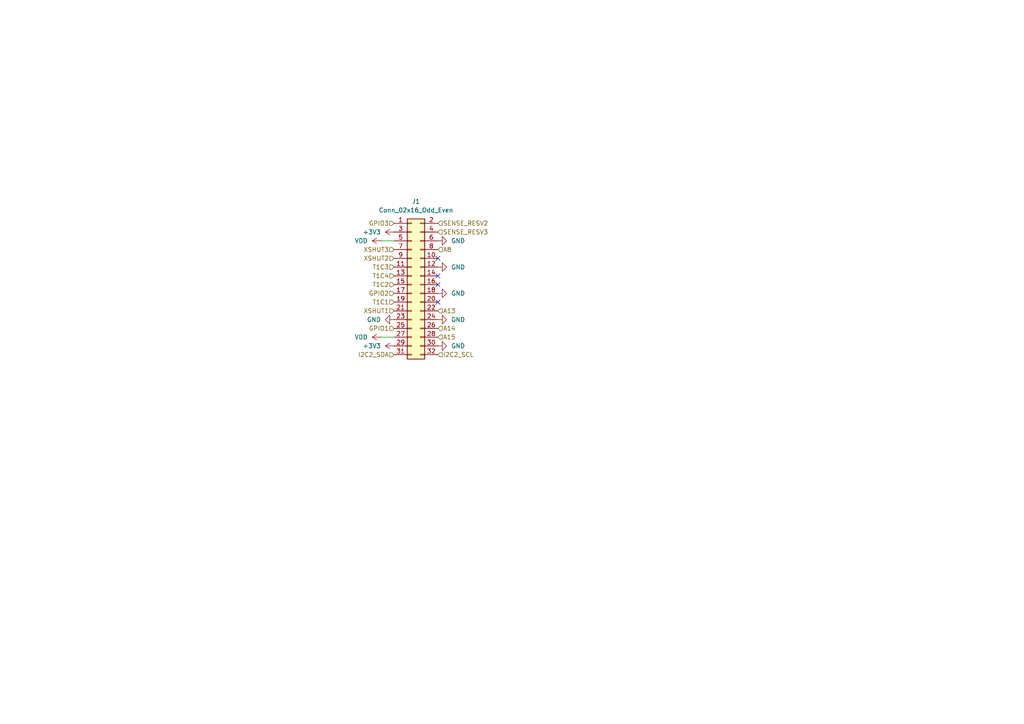
<source format=kicad_sch>
(kicad_sch (version 20250114) (generator "eeschema") (generator_version "9.0")
  (paper "A4")
  (lib_symbols
    (symbol "Connector_Generic:Conn_02x16_Odd_Even" (pin_names (offset 1.016) (hide yes))
      (property "Reference" "J" (at 1.27 20.32 0))
      (property "Value" "Conn_02x16_Odd_Even" (at 1.27 -22.86 0))
      (symbol "Conn_02x16_Odd_Even_1_1"
        (rectangle (start -1.27 19.05) (end 3.81 -21.59) (stroke (width 0.254)) (fill (type background)))
        (rectangle (start -1.27 17.907) (end 0 17.653) (stroke (width 0.1524)))
        (rectangle (start -1.27 15.367) (end 0 15.113) (stroke (width 0.1524)))
        (rectangle (start -1.27 12.827) (end 0 12.573) (stroke (width 0.1524)))
        (rectangle (start -1.27 10.287) (end 0 10.033) (stroke (width 0.1524)))
        (rectangle (start -1.27 7.747) (end 0 7.493) (stroke (width 0.1524)))
        (rectangle (start -1.27 5.207) (end 0 4.953) (stroke (width 0.1524)))
        (rectangle (start -1.27 2.667) (end 0 2.413) (stroke (width 0.1524)))
        (rectangle (start -1.27 0.127) (end 0 -0.127) (stroke (width 0.1524)))
        (rectangle (start -1.27 -2.413) (end 0 -2.667) (stroke (width 0.1524)))
        (rectangle (start -1.27 -4.953) (end 0 -5.207) (stroke (width 0.1524)))
        (rectangle (start -1.27 -7.493) (end 0 -7.747) (stroke (width 0.1524)))
        (rectangle (start -1.27 -10.033) (end 0 -10.287) (stroke (width 0.1524)))
        (rectangle (start -1.27 -12.573) (end 0 -12.827) (stroke (width 0.1524)))
        (rectangle (start -1.27 -15.113) (end 0 -15.367) (stroke (width 0.1524)))
        (rectangle (start -1.27 -17.653) (end 0 -17.907) (stroke (width 0.1524)))
        (rectangle (start -1.27 -20.193) (end 0 -20.447) (stroke (width 0.1524)))
        (rectangle (start 3.81 17.907) (end 2.54 17.653) (stroke (width 0.1524)))
        (rectangle (start 3.81 15.367) (end 2.54 15.113) (stroke (width 0.1524)))
        (rectangle (start 3.81 12.827) (end 2.54 12.573) (stroke (width 0.1524)))
        (rectangle (start 3.81 10.287) (end 2.54 10.033) (stroke (width 0.1524)))
        (rectangle (start 3.81 7.747) (end 2.54 7.493) (stroke (width 0.1524)))
        (rectangle (start 3.81 5.207) (end 2.54 4.953) (stroke (width 0.1524)))
        (rectangle (start 3.81 2.667) (end 2.54 2.413) (stroke (width 0.1524)))
        (rectangle (start 3.81 0.127) (end 2.54 -0.127) (stroke (width 0.1524)))
        (rectangle (start 3.81 -2.413) (end 2.54 -2.667) (stroke (width 0.1524)))
        (rectangle (start 3.81 -4.953) (end 2.54 -5.207) (stroke (width 0.1524)))
        (rectangle (start 3.81 -7.493) (end 2.54 -7.747) (stroke (width 0.1524)))
        (rectangle (start 3.81 -10.033) (end 2.54 -10.287) (stroke (width 0.1524)))
        (rectangle (start 3.81 -12.573) (end 2.54 -12.827) (stroke (width 0.1524)))
        (rectangle (start 3.81 -15.113) (end 2.54 -15.367) (stroke (width 0.1524)))
        (rectangle (start 3.81 -17.653) (end 2.54 -17.907) (stroke (width 0.1524)))
        (rectangle (start 3.81 -20.193) (end 2.54 -20.447) (stroke (width 0.1524)))
        (pin passive line (at -5.08 17.78 0) (length 3.81) (name "Pin_1") (number "1"))
        (pin passive line (at -5.08 15.24 0) (length 3.81) (name "Pin_3") (number "3"))
        (pin passive line (at -5.08 12.7 0) (length 3.81) (name "Pin_5") (number "5"))
        (pin passive line (at -5.08 10.16 0) (length 3.81) (name "Pin_7") (number "7"))
        (pin passive line (at -5.08 7.62 0) (length 3.81) (name "Pin_9") (number "9"))
        (pin passive line (at -5.08 5.08 0) (length 3.81) (name "Pin_11") (number "11"))
        (pin passive line (at -5.08 2.54 0) (length 3.81) (name "Pin_13") (number "13"))
        (pin passive line (at -5.08 0 0) (length 3.81) (name "Pin_15") (number "15"))
        (pin passive line (at -5.08 -2.54 0) (length 3.81) (name "Pin_17") (number "17"))
        (pin passive line (at -5.08 -5.08 0) (length 3.81) (name "Pin_19") (number "19"))
        (pin passive line (at -5.08 -7.62 0) (length 3.81) (name "Pin_21") (number "21"))
        (pin passive line (at -5.08 -10.16 0) (length 3.81) (name "Pin_23") (number "23"))
        (pin passive line (at -5.08 -12.7 0) (length 3.81) (name "Pin_25") (number "25"))
        (pin passive line (at -5.08 -15.24 0) (length 3.81) (name "Pin_27") (number "27"))
        (pin passive line (at -5.08 -17.78 0) (length 3.81) (name "Pin_29") (number "29"))
        (pin passive line (at -5.08 -20.32 0) (length 3.81) (name "Pin_31") (number "31"))
        (pin passive line (at 7.62 17.78 180) (length 3.81) (name "Pin_2") (number "2"))
        (pin passive line (at 7.62 15.24 180) (length 3.81) (name "Pin_4") (number "4"))
        (pin passive line (at 7.62 12.7 180) (length 3.81) (name "Pin_6") (number "6"))
        (pin passive line (at 7.62 10.16 180) (length 3.81) (name "Pin_8") (number "8"))
        (pin passive line (at 7.62 7.62 180) (length 3.81) (name "Pin_10") (number "10"))
        (pin passive line (at 7.62 5.08 180) (length 3.81) (name "Pin_12") (number "12"))
        (pin passive line (at 7.62 2.54 180) (length 3.81) (name "Pin_14") (number "14"))
        (pin passive line (at 7.62 0 180) (length 3.81) (name "Pin_16") (number "16"))
        (pin passive line (at 7.62 -2.54 180) (length 3.81) (name "Pin_18") (number "18"))
        (pin passive line (at 7.62 -5.08 180) (length 3.81) (name "Pin_20") (number "20"))
        (pin passive line (at 7.62 -7.62 180) (length 3.81) (name "Pin_22") (number "22"))
        (pin passive line (at 7.62 -10.16 180) (length 3.81) (name "Pin_24") (number "24"))
        (pin passive line (at 7.62 -12.7 180) (length 3.81) (name "Pin_26") (number "26"))
        (pin passive line (at 7.62 -15.24 180) (length 3.81) (name "Pin_28") (number "28"))
        (pin passive line (at 7.62 -17.78 180) (length 3.81) (name "Pin_30") (number "30"))
        (pin passive line (at 7.62 -20.32 180) (length 3.81) (name "Pin_32") (number "32"))
      )
    )
    (symbol "power:+3V3" (power) (pin_numbers (hide yes)) (pin_names (offset 0) (hide yes))
      (property "Value" "+3V3" (at 0 3.556 0))
      (symbol "+3V3_0_1"
        (polyline (pts (xy -0.762 1.27) (xy 0 2.54)))
        (polyline (pts (xy 0 2.54) (xy 0.762 1.27)))
        (polyline (pts (xy 0 0) (xy 0 2.54)))
      )
      (symbol "+3V3_1_1"
        (pin power_in line (at 0 0 90) (length 0) (name "~") (number "1"))
      )
    )
    (symbol "power:GND" (power) (pin_numbers (hide yes)) (pin_names (offset 0) (hide yes))
      (property "Value" "GND" (at 0 -3.81 0))
      (symbol "GND_0_1"
        (polyline (pts (xy 0 0) (xy 0 -1.27) (xy 1.27 -1.27) (xy 0 -2.54) (xy -1.27 -1.27) (xy 0 -1.27)))
      )
      (symbol "GND_1_1"
        (pin power_in line (at 0 0 270) (length 0) (name "~") (number "1"))
      )
    )
    (symbol "power:VDD" (power) (pin_numbers (hide yes)) (pin_names (offset 0) (hide yes))
      (property "Value" "VDD" (at 0 3.556 0))
      (symbol "VDD_0_1"
        (polyline (pts (xy -0.762 1.27) (xy 0 2.54)))
        (polyline (pts (xy 0 2.54) (xy 0.762 1.27)))
        (polyline (pts (xy 0 0) (xy 0 2.54)))
      )
      (symbol "VDD_1_1"
        (pin power_in line (at 0 0 90) (length 0) (name "~") (number "1"))
      )
    )
  )
  (no_connect (at 127 82.55))
  (no_connect (at 127 87.63))
  (no_connect (at 127 74.93))
  (no_connect (at 127 80.01))
  (wire (pts (xy 110.49 69.85) (xy 114.3 69.85)))
  (wire (pts (xy 110.49 97.79) (xy 114.3 97.79)))
  (hierarchical_label "XSHUT3" (shape input) (at 114.3 72.39 180))
  (hierarchical_label "XSHUT2" (shape input) (at 114.3 74.93 180))
  (hierarchical_label "T1C3" (shape input) (at 114.3 77.47 180))
  (hierarchical_label "A14" (shape input) (at 127 95.25 0))
  (hierarchical_label "GPIO3" (shape input) (at 114.3 64.77 180))
  (hierarchical_label "SENSE_RESV3" (shape input) (at 127 67.31 0))
  (hierarchical_label "T1C1" (shape input) (at 114.3 87.63 180))
  (hierarchical_label "I2C2_SDA" (shape input) (at 114.3 102.87 180))
  (hierarchical_label "A13" (shape input) (at 127 90.17 0))
  (hierarchical_label "A15" (shape input) (at 127 97.79 0))
  (hierarchical_label "SENSE_RESV2" (shape input) (at 127 64.77 0))
  (hierarchical_label "T1C2" (shape input) (at 114.3 82.55 180))
  (hierarchical_label "A8" (shape input) (at 127 72.39 0))
  (hierarchical_label "GPIO1" (shape input) (at 114.3 95.25 180))
  (hierarchical_label "T1C4" (shape input) (at 114.3 80.01 180))
  (hierarchical_label "I2C2_SCL" (shape input) (at 127 102.87 0))
  (hierarchical_label "GPIO2" (shape input) (at 114.3 85.09 180))
  (hierarchical_label "XSHUT1" (shape input) (at 114.3 90.17 180))
  (symbol (lib_id "power:GND") (at 127 85.09 90) (unit 1)
    (property "Reference" "#PWR03" (effects (hide yes)))
    (property "Value" "GND" (at 130.81 85.0899 90) (effects (justify right)))
    (property "Description" "Power symbol creates a global label with name \"GND\" , ground" (effects (hide yes)))
  )
  (symbol (lib_id "power:GND") (at 127 92.71 90) (unit 1)
    (property "Reference" "#PWR04" (effects (hide yes)))
    (property "Value" "GND" (at 130.81 92.7099 90) (effects (justify right)))
    (property "Description" "Power symbol creates a global label with name \"GND\" , ground" (effects (hide yes)))
  )
  (symbol (lib_id "Connector_Generic:Conn_02x16_Odd_Even") (at 119.38 82.55 0) (unit 1)
    (property "Reference" "J1" (at 120.65 58.42 0))
    (property "Value" "Conn_02x16_Odd_Even" (at 120.65 60.96 0))
    (property "Description" "Generic connector, double row, 02x16, odd/even pin numbering scheme (row 1 odd numbers, row 2 even numbers), script generated (kicad-library-utils/schlib/autogen/connector/)" (effects (hide yes)))
  )
  (symbol (lib_id "power:GND") (at 127 77.47 90) (unit 1)
    (property "Reference" "#PWR02" (effects (hide yes)))
    (property "Value" "GND" (at 130.81 77.4699 90) (effects (justify right)))
    (property "Description" "Power symbol creates a global label with name \"GND\" , ground" (effects (hide yes)))
  )
  (symbol (lib_id "power:+3V3") (at 114.3 100.33 90) (unit 1)
    (property "Reference" "#PWR07" (effects (hide yes)))
    (property "Value" "+3V3" (at 110.49 100.3299 90) (effects (justify left)))
    (property "Description" "Power symbol creates a global label with name \"+3V3\"" (effects (hide yes)))
  )
  (symbol (lib_id "power:+3V3") (at 114.3 67.31 90) (unit 1)
    (property "Reference" "#PWR08" (effects (hide yes)))
    (property "Value" "+3V3" (at 110.49 67.3099 90) (effects (justify left)))
    (property "Description" "Power symbol creates a global label with name \"+3V3\"" (effects (hide yes)))
  )
  (symbol (lib_id "power:GND") (at 114.3 92.71 270) (unit 1)
    (property "Reference" "#PWR06" (effects (hide yes)))
    (property "Value" "GND" (at 110.49 92.7099 90) (effects (justify right)))
    (property "Description" "Power symbol creates a global label with name \"GND\" , ground" (effects (hide yes)))
  )
  (symbol (lib_id "power:GND") (at 127 100.33 90) (unit 1)
    (property "Reference" "#PWR05" (effects (hide yes)))
    (property "Value" "GND" (at 130.81 100.3299 90) (effects (justify right)))
    (property "Description" "Power symbol creates a global label with name \"GND\" , ground" (effects (hide yes)))
  )
  (symbol (lib_id "power:VDD") (at 110.49 97.79 90) (unit 1)
    (property "Reference" "#PWR012" (effects (hide yes)))
    (property "Value" "VDD" (at 106.68 97.7899 90) (effects (justify left)))
    (property "Description" "Power symbol creates a global label with name \"VDD\"" (effects (hide yes)))
  )
  (symbol (lib_id "power:GND") (at 127 69.85 90) (unit 1)
    (property "Reference" "#PWR01" (effects (hide yes)))
    (property "Value" "GND" (at 130.81 69.8499 90) (effects (justify right)))
    (property "Description" "Power symbol creates a global label with name \"GND\" , ground" (effects (hide yes)))
  )
  (symbol (lib_id "power:VDD") (at 110.49 69.85 90) (unit 1)
    (property "Reference" "#PWR011" (effects (hide yes)))
    (property "Value" "VDD" (at 106.68 69.8499 90) (effects (justify left)))
    (property "Description" "Power symbol creates a global label with name \"VDD\"" (effects (hide yes)))
  )
)
</source>
